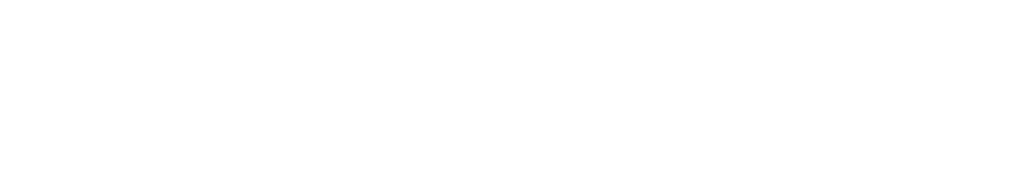
<source format=kicad_pcb>
(kicad_pcb (version 20211014) (generator pcbnew)

  (general
    (thickness 1.6)
  )

  (paper "A4")
  (layers
    (0 "F.Cu" signal)
    (31 "B.Cu" signal)
    (32 "B.Adhes" user "B.Adhesive")
    (33 "F.Adhes" user "F.Adhesive")
    (34 "B.Paste" user)
    (35 "F.Paste" user)
    (36 "B.SilkS" user "B.Silkscreen")
    (37 "F.SilkS" user "F.Silkscreen")
    (38 "B.Mask" user)
    (39 "F.Mask" user)
    (40 "Dwgs.User" user "User.Drawings")
    (41 "Cmts.User" user "User.Comments")
    (42 "Eco1.User" user "User.Eco1")
    (43 "Eco2.User" user "User.Eco2")
    (44 "Edge.Cuts" user)
    (45 "Margin" user)
    (46 "B.CrtYd" user "B.Courtyard")
    (47 "F.CrtYd" user "F.Courtyard")
    (48 "B.Fab" user)
    (49 "F.Fab" user)
    (50 "User.1" user)
    (51 "User.2" user)
    (52 "User.3" user)
    (53 "User.4" user)
    (54 "User.5" user)
    (55 "User.6" user)
    (56 "User.7" user)
    (57 "User.8" user)
    (58 "User.9" user)
  )

  (setup
    (pad_to_mask_clearance 0)
    (pcbplotparams
      (layerselection 0x00010fc_ffffffff)
      (disableapertmacros false)
      (usegerberextensions false)
      (usegerberattributes true)
      (usegerberadvancedattributes true)
      (creategerberjobfile true)
      (svguseinch false)
      (svgprecision 6)
      (excludeedgelayer true)
      (plotframeref false)
      (viasonmask false)
      (mode 1)
      (useauxorigin false)
      (hpglpennumber 1)
      (hpglpenspeed 20)
      (hpglpendiameter 15.000000)
      (dxfpolygonmode true)
      (dxfimperialunits true)
      (dxfusepcbnewfont true)
      (psnegative false)
      (psa4output false)
      (plotreference true)
      (plotvalue true)
      (plotinvisibletext false)
      (sketchpadsonfab false)
      (subtractmaskfromsilk false)
      (outputformat 1)
      (mirror false)
      (drillshape 1)
      (scaleselection 1)
      (outputdirectory "")
    )
  )

  (net 0 "")

  (gr_text "Layout is unused for this project\nsince it is only used for easy\nsymbol and footprint edition" (at 150 100) (layer "Cmts.User") (tstamp 6059d9e5-7775-4b52-86e0-d8f80471c005)
    (effects (font (size 5 5) (thickness 0.3)))
  )

)

</source>
